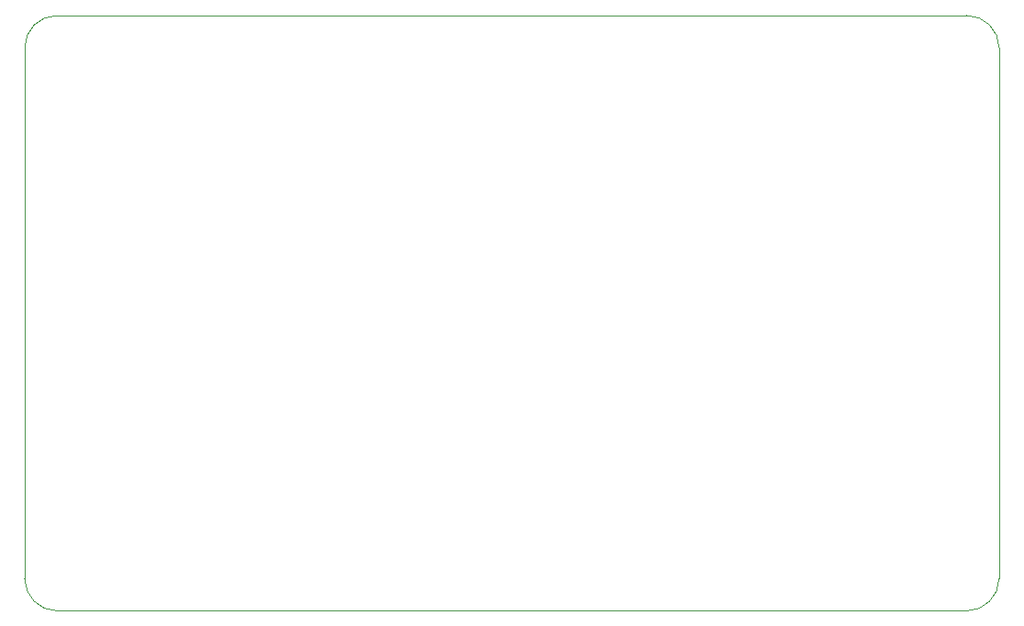
<source format=gbr>
%TF.GenerationSoftware,KiCad,Pcbnew,9.0.4*%
%TF.CreationDate,2025-10-06T02:07:33-06:00*%
%TF.ProjectId,Levitation_Analog_v1,4c657669-7461-4746-996f-6e5f416e616c,rev?*%
%TF.SameCoordinates,Original*%
%TF.FileFunction,Profile,NP*%
%FSLAX46Y46*%
G04 Gerber Fmt 4.6, Leading zero omitted, Abs format (unit mm)*
G04 Created by KiCad (PCBNEW 9.0.4) date 2025-10-06 02:07:33*
%MOMM*%
%LPD*%
G01*
G04 APERTURE LIST*
%TA.AperFunction,Profile*%
%ADD10C,0.050000*%
%TD*%
G04 APERTURE END LIST*
D10*
X101110000Y-56330000D02*
G75*
G02*
X104110000Y-53330000I3000000J0D01*
G01*
X191110000Y-105330000D02*
G75*
G02*
X188110000Y-108330000I-3000000J0D01*
G01*
X104110000Y-108330000D02*
G75*
G02*
X101110000Y-105330000I0J3000000D01*
G01*
X104110000Y-53330000D02*
X188110000Y-53330000D01*
X191110000Y-56330000D02*
X191110000Y-105330000D01*
X101110000Y-105330000D02*
X101110000Y-56330000D01*
X188110000Y-108330000D02*
X104110000Y-108330000D01*
X188110000Y-53330000D02*
G75*
G02*
X191110000Y-56330000I0J-3000000D01*
G01*
M02*

</source>
